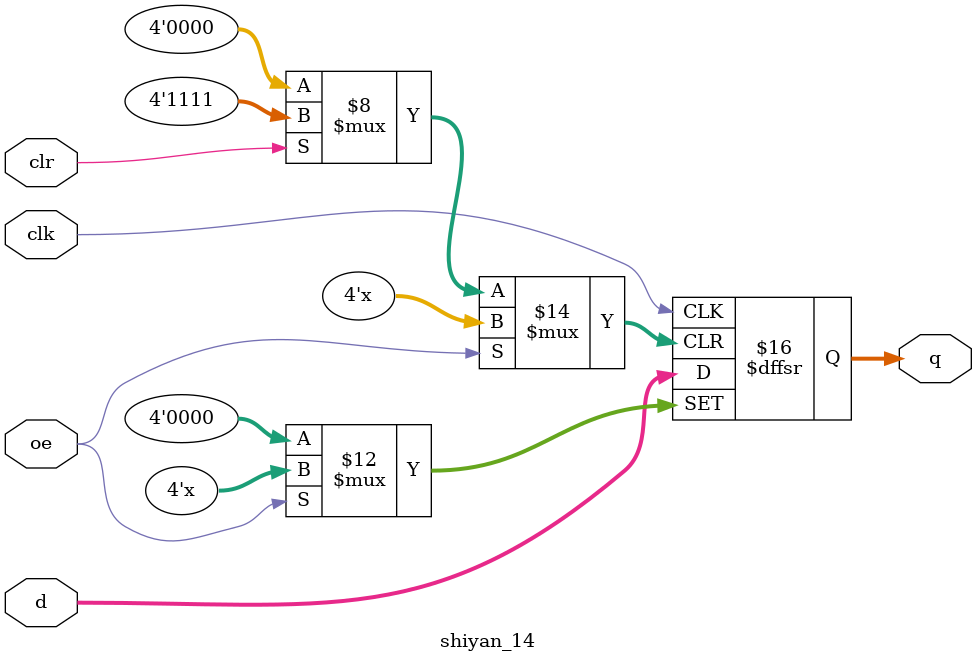
<source format=v>
`timescale 1ns / 1ps
module shiyan_14(oe,clr,clk,q,d);
       input oe,clr,clk;
		 input [3:0] d;
		 output reg [3:0] q;
		 always@(posedge clk or posedge oe or posedge clr)
		 begin 
		 if(oe==1) q<=4'bzzzz;
		 else if(clr==1) q<=0;
		 else q<=d;
		 end
        
		  
		  
		  


endmodule

</source>
